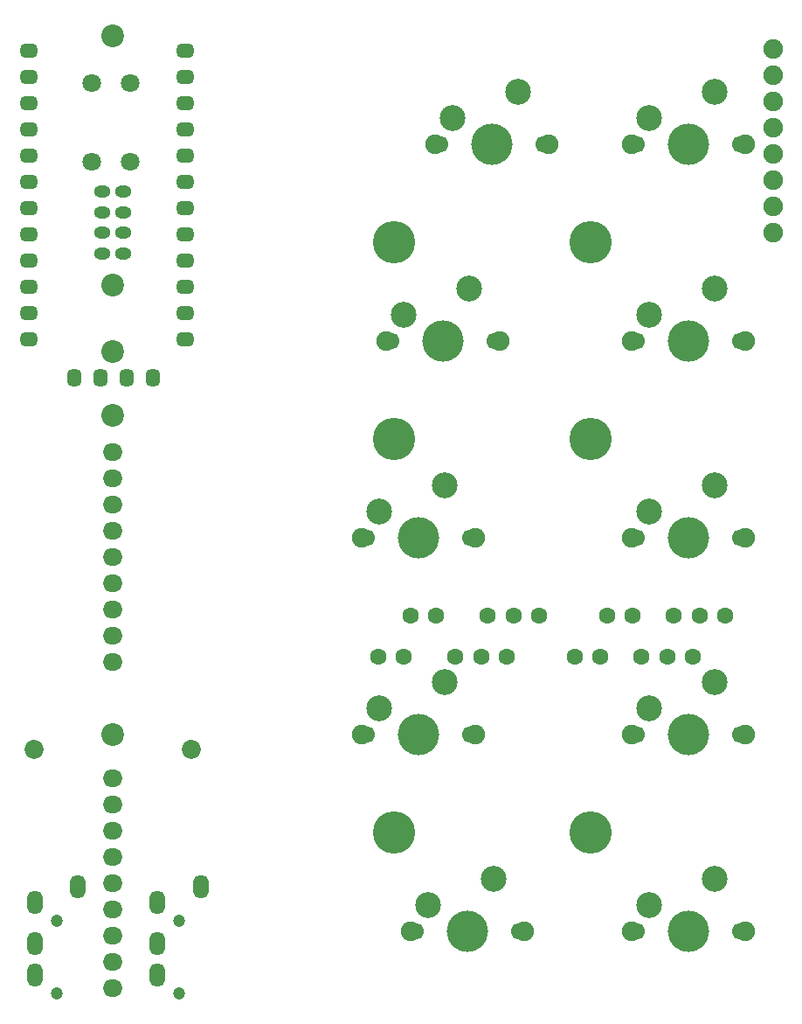
<source format=gbs>
G04 #@! TF.GenerationSoftware,KiCad,Pcbnew,(5.1.9)-1*
G04 #@! TF.CreationDate,2021-04-15T23:23:49+09:00*
G04 #@! TF.ProjectId,ProMicro__________,50726f4d-6963-4726-9ffa-7f5fe6e135fa,rev?*
G04 #@! TF.SameCoordinates,Original*
G04 #@! TF.FileFunction,Soldermask,Bot*
G04 #@! TF.FilePolarity,Negative*
%FSLAX46Y46*%
G04 Gerber Fmt 4.6, Leading zero omitted, Abs format (unit mm)*
G04 Created by KiCad (PCBNEW (5.1.9)-1) date 2021-04-15 23:23:49*
%MOMM*%
%LPD*%
G01*
G04 APERTURE LIST*
%ADD10O,1.600000X1.190000*%
%ADD11C,2.200000*%
%ADD12O,1.900000X1.700000*%
%ADD13O,1.800000X1.439000*%
%ADD14C,1.850000*%
%ADD15O,1.500000X2.300000*%
%ADD16C,1.200000*%
%ADD17O,1.439000X1.800000*%
%ADD18C,1.800000*%
%ADD19C,1.700000*%
%ADD20C,2.500000*%
%ADD21C,1.900000*%
%ADD22C,4.000000*%
%ADD23C,4.100000*%
%ADD24C,1.600000*%
G04 APERTURE END LIST*
D10*
X9750000Y73130000D03*
X9750000Y75130000D03*
X9750000Y77130000D03*
X9750000Y79130000D03*
X11750000Y73130000D03*
X11750000Y75130000D03*
X11750000Y77130000D03*
X11750000Y79130000D03*
D11*
X10750000Y94250000D03*
X10750000Y57450000D03*
X10750000Y26575000D03*
D12*
X10750000Y2000000D03*
X10750000Y4540000D03*
X10750000Y7080000D03*
X10750000Y9620000D03*
X10750000Y12160000D03*
X10750000Y14700000D03*
X10750000Y17240000D03*
X10750000Y19780000D03*
X10750000Y22320000D03*
X10750000Y53920000D03*
X10750000Y51380000D03*
X10750000Y48840000D03*
X10750000Y46300000D03*
X10750000Y43760000D03*
X10750000Y41220000D03*
X10750000Y38680000D03*
X10750000Y36140000D03*
X10750000Y33600000D03*
D13*
X2600000Y92803000D03*
X17820000Y92803000D03*
X17820000Y90263000D03*
X17820000Y87723000D03*
X17820000Y85183000D03*
X17820000Y82643000D03*
X17820000Y80103000D03*
X17820000Y77563000D03*
X17820000Y75023000D03*
X17820000Y72483000D03*
X17820000Y69943000D03*
X17820000Y67403000D03*
X17820000Y64863000D03*
X2600000Y90263000D03*
X2600000Y87723000D03*
X2600000Y85183000D03*
X2600000Y82643000D03*
X2600000Y80103000D03*
X2600000Y77563000D03*
X2600000Y75023000D03*
X2600000Y72483000D03*
X2600000Y69943000D03*
X2600000Y67403000D03*
X2600000Y64863000D03*
D14*
X3130000Y25095000D03*
X18370000Y25095000D03*
D15*
X19300000Y11800000D03*
X15100000Y10300000D03*
X15100000Y6300000D03*
X15100000Y3300000D03*
D16*
X17200000Y8500000D03*
X17200000Y1500000D03*
D15*
X7410000Y11800000D03*
X3210000Y10300000D03*
X3210000Y6300000D03*
X3210000Y3300000D03*
D16*
X5310000Y8500000D03*
X5310000Y1500000D03*
D17*
X7060000Y61070000D03*
X9600000Y61070000D03*
X12140000Y61070000D03*
X14680000Y61070000D03*
D18*
X12500000Y89620000D03*
X12500000Y82000000D03*
X8750000Y82000000D03*
X8750000Y89620000D03*
D11*
X10750000Y70110000D03*
X10750000Y63610000D03*
D19*
X35313750Y26550000D03*
X45473750Y26550000D03*
D20*
X36583750Y29090000D03*
X42933750Y31630000D03*
D21*
X45893750Y26550000D03*
X34893750Y26550000D03*
D22*
X40393750Y26550000D03*
D23*
X57087500Y74200000D03*
X38037500Y74200000D03*
X38037500Y55150000D03*
X57087500Y55150000D03*
X38037500Y17050000D03*
X57087500Y17050000D03*
D19*
X61507500Y26550000D03*
X71667500Y26550000D03*
D20*
X62777500Y29090000D03*
X69127500Y31630000D03*
D21*
X72087500Y26550000D03*
X61087500Y26550000D03*
D22*
X66587500Y26550000D03*
D19*
X61507500Y64650000D03*
X71667500Y64650000D03*
D20*
X62777500Y67190000D03*
X69127500Y69730000D03*
D21*
X72087500Y64650000D03*
X61087500Y64650000D03*
D22*
X66587500Y64650000D03*
D19*
X61507500Y83700000D03*
X71667500Y83700000D03*
D20*
X62777500Y86240000D03*
X69127500Y88780000D03*
D21*
X72087500Y83700000D03*
X61087500Y83700000D03*
D22*
X66587500Y83700000D03*
D19*
X42457500Y83700000D03*
X52617500Y83700000D03*
D20*
X43727500Y86240000D03*
X50077500Y88780000D03*
D21*
X53037500Y83700000D03*
X42037500Y83700000D03*
D22*
X47537500Y83700000D03*
X42775000Y64650000D03*
D21*
X37275000Y64650000D03*
X48275000Y64650000D03*
D20*
X45315000Y69730000D03*
X38965000Y67190000D03*
D19*
X47855000Y64650000D03*
X37695000Y64650000D03*
X35313750Y45600000D03*
X45473750Y45600000D03*
D20*
X36583750Y48140000D03*
X42933750Y50680000D03*
D21*
X45893750Y45600000D03*
X34893750Y45600000D03*
D22*
X40393750Y45600000D03*
D19*
X40076250Y7500000D03*
X50236250Y7500000D03*
D20*
X41346250Y10040000D03*
X47696250Y12580000D03*
D21*
X50656250Y7500000D03*
X39656250Y7500000D03*
D22*
X45156250Y7500000D03*
D21*
X74817500Y92900000D03*
X74817500Y90360000D03*
X74817500Y87820000D03*
X74817500Y85280000D03*
X74817500Y82740000D03*
X74817500Y80200000D03*
X74817500Y77660000D03*
X74817500Y75120000D03*
D19*
X61507500Y45600000D03*
X71667500Y45600000D03*
D20*
X62777500Y48140000D03*
X69127500Y50680000D03*
D21*
X72087500Y45600000D03*
X61087500Y45600000D03*
D22*
X66587500Y45600000D03*
X66587500Y7500000D03*
D21*
X61087500Y7500000D03*
X72087500Y7500000D03*
D20*
X69127500Y12580000D03*
X62777500Y10040000D03*
D19*
X71667500Y7500000D03*
X61507500Y7500000D03*
D24*
X67017563Y34090573D03*
X70157437Y38109427D03*
X67657437Y38109427D03*
X64517563Y34090573D03*
X62017563Y34090573D03*
X65157437Y38109427D03*
X61157437Y38109427D03*
X58017563Y34090573D03*
X58657437Y38109427D03*
X55517563Y34090573D03*
X52107437Y38109427D03*
X48967563Y34090573D03*
X46467563Y34090573D03*
X49607437Y38109427D03*
X43967563Y34090573D03*
X47107437Y38109427D03*
X42107437Y38109427D03*
X38967563Y34090573D03*
X36467563Y34090573D03*
X39607437Y38109427D03*
M02*

</source>
